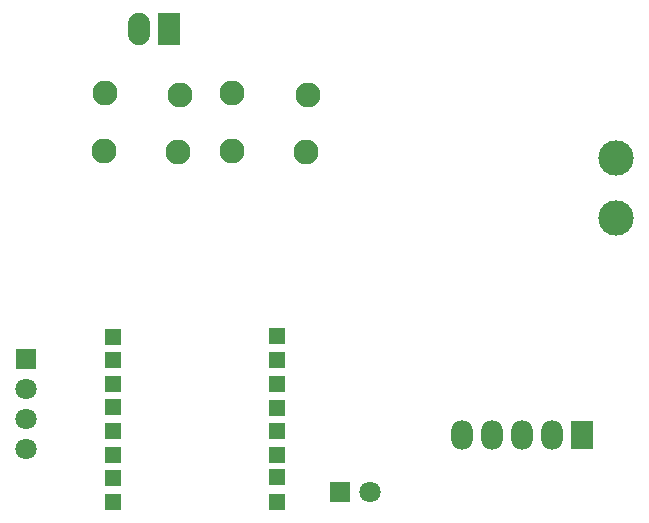
<source format=gbs>
G04*
G04 #@! TF.GenerationSoftware,Altium Limited,Altium Designer,19.0.15 (446)*
G04*
G04 Layer_Color=16711935*
%FSTAX24Y24*%
%MOIN*%
G70*
G01*
G75*
%ADD33O,0.0730X0.0980*%
%ADD34R,0.0730X0.0980*%
%ADD35C,0.1180*%
%ADD36R,0.0730X0.1080*%
%ADD37O,0.0730X0.1080*%
%ADD38C,0.0830*%
%ADD39R,0.0580X0.0580*%
%ADD40R,0.0710X0.0710*%
%ADD41C,0.0710*%
%ADD42R,0.0710X0.0710*%
D33*
X029046Y021606D02*
D03*
X030046D02*
D03*
X031046D02*
D03*
X028046D02*
D03*
D34*
X032046D02*
D03*
D35*
X0332Y02885D02*
D03*
Y03085D02*
D03*
D36*
X0183Y03515D02*
D03*
D37*
X0173D02*
D03*
D38*
X02291Y03296D02*
D03*
X02037Y03108D02*
D03*
X0204Y033D02*
D03*
X02285Y03105D02*
D03*
X01866Y03296D02*
D03*
X01612Y03108D02*
D03*
X01615Y033D02*
D03*
X0186Y03105D02*
D03*
D39*
X021871Y020205D02*
D03*
Y020955D02*
D03*
Y021755D02*
D03*
Y022525D02*
D03*
Y023325D02*
D03*
Y024105D02*
D03*
Y024905D02*
D03*
Y019385D02*
D03*
X016409D02*
D03*
Y020175D02*
D03*
Y020955D02*
D03*
Y021745D02*
D03*
Y023325D02*
D03*
Y024105D02*
D03*
Y024895D02*
D03*
Y022535D02*
D03*
D40*
X013522Y02415D02*
D03*
D41*
Y02315D02*
D03*
Y02215D02*
D03*
Y02115D02*
D03*
X025Y0197D02*
D03*
D42*
X024D02*
D03*
M02*

</source>
